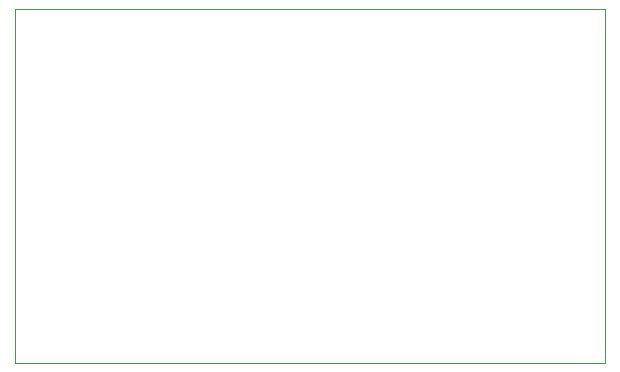
<source format=gbr>
%FSLAX34Y34*%
%MOMM*%
%LNOUTLINE*%
G71*
G01*
%ADD10C,0.002*%
%LPD*%
G54D10*
X0Y300000D02*
X500000Y300000D01*
X500000Y0D01*
X0Y0D01*
X0Y300000D01*
M02*

</source>
